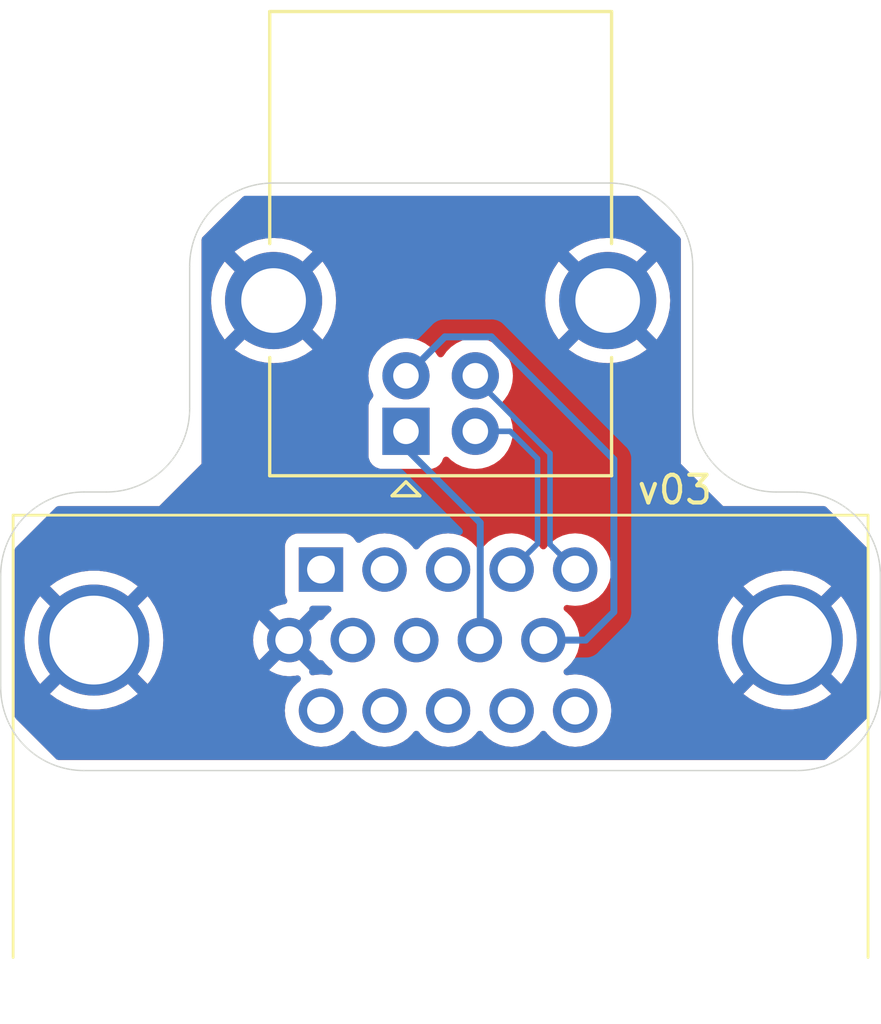
<source format=kicad_pcb>
(kicad_pcb (version 20221018) (generator pcbnew)
  (layers (0 "F.Cu" signal) (31 "B.Cu" signal) (34 "B.Paste" user) (35 "F.Paste" user) (36 "B.SilkS" user "B.Silkscreen") (37 "F.SilkS" user "F.Silkscreen") (38 "B.Mask" user) (39 "F.Mask" user) (44 "Edge.Cuts" user))
  (net 0 "")
  (net 1 "Earth")
  (net 5 "D-")
  (net 6 "D+")
  (net 9 "VBUS")
  (net 10 "GND")
  (footprint "own:DSUB-15-HD_Male_Horizontal_Assmann_A-HDS15A-KG-TAXB" (layer "F.Cu") (at 107.801 94.742)
    (fp_text reference "J1")
    (fp_text value "DE15_Plug_HighDensity_MountingHoles")
    (fp_line (start -15.405 -4.5) (end 15.405 -4.5) (stroke (width 0.1)) (layer "F.SilkS"))
    (fp_line (start -15.405 11.43) (end -15.405 -4.5) (stroke (width 0.1)) (layer "F.SilkS"))
    (fp_line (start 15.405 -4.5) (end 15.405 11.43) (stroke (width 0.1)) (layer "F.SilkS"))
    (pad "" thru_hole circle (at -12.495 0) (size 4 4) (drill 3.2) (layers "*.Cu" "*.Mask") (net 1 "Earth"))
    (pad "" thru_hole circle (at 12.495 0) (size 4 4) (drill 3.2) (layers "*.Cu" "*.Mask") (net 1 "Earth"))
    (pad "1" thru_hole rect (at -4.31 -2.54) (size 1.6 1.6) (drill 1) (layers "*.Cu" "*.Mask"))
    (pad "2" thru_hole circle (at -2.02 -2.54) (size 1.6 1.6) (drill 1) (layers "*.Cu" "*.Mask"))
    (pad "3" thru_hole circle (at 0.27 -2.54) (size 1.6 1.6) (drill 1) (layers "*.Cu" "*.Mask"))
    (pad "4" thru_hole circle (at 2.56 -2.54) (size 1.6 1.6) (drill 1) (layers "*.Cu" "*.Mask") (net 5 "D-"))
    (pad "5" thru_hole circle (at 4.85 -2.54) (size 1.6 1.6) (drill 1) (layers "*.Cu" "*.Mask") (net 6 "D+"))
    (pad "6" thru_hole circle (at -5.455 0) (size 1.6 1.6) (drill 1) (layers "*.Cu" "*.Mask") (net 1 "Earth"))
    (pad "7" thru_hole circle (at -3.165 0) (size 1.6 1.6) (drill 1) (layers "*.Cu" "*.Mask"))
    (pad "8" thru_hole circle (at -0.875 0) (size 1.6 1.6) (drill 1) (layers "*.Cu" "*.Mask"))
    (pad "9" thru_hole circle (at 1.415 0) (size 1.6 1.6) (drill 1) (layers "*.Cu" "*.Mask") (net 9 "VBUS"))
    (pad "10" thru_hole circle (at 3.705 0) (size 1.6 1.6) (drill 1) (layers "*.Cu" "*.Mask") (net 10 "GND"))
    (pad "11" thru_hole circle (at -4.31 2.54) (size 1.6 1.6) (drill 1) (layers "*.Cu" "*.Mask"))
    (pad "12" thru_hole circle (at -2.02 2.54) (size 1.6 1.6) (drill 1) (layers "*.Cu" "*.Mask"))
    (pad "13" thru_hole circle (at 0.27 2.54 90) (size 1.6 1.6) (drill 1) (layers "*.Cu" "*.Mask"))
    (pad "14" thru_hole circle (at 2.56 2.54) (size 1.6 1.6) (drill 1) (layers "*.Cu" "*.Mask"))
    (pad "15" thru_hole circle (at 4.85 2.54) (size 1.6 1.6) (drill 1) (layers "*.Cu" "*.Mask"))
  )
  (footprint "Connector_USB:USB_B_OST_USB-B1HSxx_Horizontal" (layer "F.Cu") (at 106.553 87.2225 90)
    (fp_text reference "J2" hide)
    (fp_text value "USB_B")
    (fp_line (start -2.32 -0.5) (end -2.32 0.5) (stroke (width 0.12)) (layer "F.SilkS"))
    (fp_line (start -2.32 0.5) (end -1.82 0) (stroke (width 0.12)) (layer "F.SilkS"))
    (fp_line (start -1.82 0) (end -2.32 -0.5) (stroke (width 0.12)) (layer "F.SilkS"))
    (fp_line (start -1.6 -4.91) (end -1.6 7.41) (stroke (width 0.12)) (layer "F.SilkS"))
    (fp_line (start -1.6 7.41) (end 2.66 7.41) (stroke (width 0.12)) (layer "F.SilkS"))
    (fp_line (start 2.66 -4.91) (end -1.6 -4.91) (stroke (width 0.12)) (layer "F.SilkS"))
    (fp_line (start 6.76 -4.91) (end 15.12 -4.91) (stroke (width 0.12)) (layer "F.SilkS"))
    (fp_line (start 15.12 -4.91) (end 15.12 7.41) (stroke (width 0.12)) (layer "F.SilkS"))
    (fp_line (start 15.12 7.41) (end 6.76 7.41) (stroke (width 0.12)) (layer "F.SilkS"))
    (pad "1" thru_hole rect (at 0 0 90) (size 1.7 1.7) (drill 0.92) (layers "*.Cu" "*.Mask") (net 9 "VBUS"))
    (pad "2" thru_hole circle (at 0 2.5 90) (size 1.7 1.7) (drill 0.92) (layers "*.Cu" "*.Mask") (net 5 "D-"))
    (pad "3" thru_hole circle (at 2 2.5 90) (size 1.7 1.7) (drill 0.92) (layers "*.Cu" "*.Mask") (net 6 "D+"))
    (pad "4" thru_hole circle (at 2 0 90) (size 1.7 1.7) (drill 0.92) (layers "*.Cu" "*.Mask") (net 10 "GND"))
    (pad "5" thru_hole circle (at 4.71 -4.77 90) (size 3.5 3.5) (drill 2.33) (layers "*.Cu" "*.Mask") (net 1 "Earth"))
    (pad "5" thru_hole circle (at 4.71 7.27 90) (size 3.5 3.5) (drill 2.33) (layers "*.Cu" "*.Mask") (net 1 "Earth"))
  )
  (gr_line (start 94.948 89.408) (end 95.758 89.408) (stroke (width 0.05)) (layer "Edge.Cuts"))
  (gr_arc (start 120.65 89.408) (mid 122.77132 90.28668) (end 123.65 92.408) (stroke (width 0.05)) (layer "Edge.Cuts"))
  (gr_arc (start 98.758 81.28) (mid 99.63668 79.15868) (end 101.758 78.28) (stroke (width 0.05)) (layer "Edge.Cuts"))
  (gr_arc (start 113.88798 78.28) (mid 116.009313 79.158673) (end 116.88798 81.28) (stroke (width 0.05)) (layer "Edge.Cuts"))
  (gr_line (start 123.65 96.4438) (end 123.65 92.408) (stroke (width 0.05)) (layer "Edge.Cuts"))
  (gr_arc (start 94.948 99.441) (mid 92.82668 98.56232) (end 91.948 96.441) (stroke (width 0.05)) (layer "Edge.Cuts"))
  (gr_arc (start 91.948 92.408) (mid 92.82668 90.28668) (end 94.948 89.408) (stroke (width 0.05)) (layer "Edge.Cuts"))
  (gr_arc (start 98.758 86.408) (mid 97.87932 88.52932) (end 95.758 89.408) (stroke (width 0.05)) (layer "Edge.Cuts"))
  (gr_line (start 101.758 78.28) (end 113.88798 78.28) (stroke (width 0.05)) (layer "Edge.Cuts"))
  (gr_arc (start 123.65 96.441) (mid 122.77132 98.56232) (end 120.65 99.441) (stroke (width 0.05)) (layer "Edge.Cuts"))
  (gr_line (start 120.65 89.408) (end 119.88798 89.408) (stroke (width 0.05)) (layer "Edge.Cuts"))
  (gr_line (start 91.948 96.441) (end 91.948 92.408) (stroke (width 0.05)) (layer "Edge.Cuts"))
  (gr_line (start 94.948 99.441) (end 120.65 99.441) (stroke (width 0.05)) (layer "Edge.Cuts"))
  (gr_arc (start 119.88798 89.408) (mid 117.766673 88.529313) (end 116.88798 86.408) (stroke (width 0.05)) (layer "Edge.Cuts"))
  (gr_line (start 98.758 86.408) (end 98.758 81.28) (stroke (width 0.05)) (layer "Edge.Cuts"))
  (gr_line (start 116.88798 86.408) (end 116.88798 81.28) (stroke (width 0.05)) (layer "Edge.Cuts"))
  (gr_text "v03" (at 114.808 89.916) (layer "F.SilkS") (effects (font (size 1 1)) (justify left bottom)))
  (segment (start 111.294999 88.207896) (end 111.294999 91.268001) (width 0.2) (layer "B.Cu") (net 5))
  (segment (start 109.053 87.2225) (end 110.309603 87.2225) (width 0.2) (layer "B.Cu") (net 5))
  (segment (start 111.294999 91.268001) (end 110.361 92.202) (width 0.2) (layer "B.Cu") (net 5))
  (segment (start 110.309603 87.2225) (end 111.294999 88.207896) (width 0.2) (layer "B.Cu") (net 5))
  (segment (start 109.053 85.2225) (end 109.053 85.3295) (width 0.2) (layer "B.Cu") (net 6))
  (segment (start 109.053 85.3295) (end 111.745001 88.021501) (width 0.2) (layer "B.Cu") (net 6))
  (segment (start 111.745001 88.021501) (end 111.745001 91.296001) (width 0.2) (layer "B.Cu") (net 6))
  (segment (start 111.745001 91.296001) (end 112.651 92.202) (width 0.2) (layer "B.Cu") (net 6))
  (segment (start 109.23 90.5145) (end 109.23 94.69) (width 0.25) (layer "B.Cu") (net 9))
  (segment (start 106.553 87.2225) (end 106.553 87.8375) (width 0.25) (layer "B.Cu") (net 9))
  (segment (start 106.553 87.8375) (end 109.23 90.5145) (width 0.25) (layer "B.Cu") (net 9))
  (segment (start 106.553 85.2225) (end 107.9555 83.82) (width 0.25) (layer "B.Cu") (net 10))
  (segment (start 107.9555 83.82) (end 109.63275 83.82) (width 0.25) (layer "B.Cu") (net 10))
  (segment (start 109.63275 83.82) (end 114.046 88.23325) (width 0.25) (layer "B.Cu") (net 10))
  (segment (start 114.046 93.726) (end 113.03 94.742) (width 0.25) (layer "B.Cu") (net 10))
  (segment (start 114.046 88.23325) (end 114.046 93.726) (width 0.25) (layer "B.Cu") (net 10))
  (segment (start 113.03 94.742) (end 111.506 94.742) (width 0.25) (layer "B.Cu") (net 10))
  (zone (net 1) (net_name "Earth") (layers "F&B.Cu") (connect_pads (clearance 0.5)) (min_thickness 0.25) (fill yes (thermal_gap 0.5) (thermal_bridge_width 0.5))
    (polygon (pts (xy 114.935 78.74) (xy 100.711 78.74) (xy 99.187 80.264) (xy 99.187 88.392) (xy 97.663 89.916) (xy 93.98 89.916) (xy 92.456 91.44) (xy 92.456 97.536) (xy 93.98 99.06) (xy 121.666 99.06) (xy 123.19 97.536) (xy 123.19 91.44) (xy 121.666 89.916) (xy 117.983 89.916) (xy 116.459 88.392) (xy 116.459 80.264)))
  )
)
</source>
